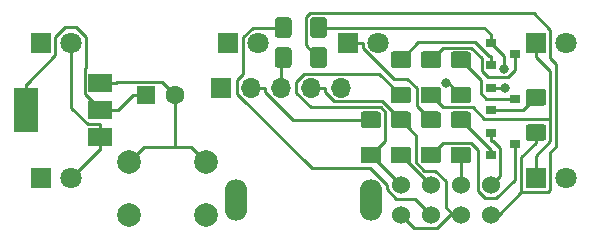
<source format=gbr>
%TF.GenerationSoftware,KiCad,Pcbnew,(5.1.6)-1*%
%TF.CreationDate,2020-05-26T13:10:35+02:00*%
%TF.ProjectId,semaforBoard,73656d61-666f-4724-926f-6172642e6b69,rev?*%
%TF.SameCoordinates,Original*%
%TF.FileFunction,Copper,L2,Bot*%
%TF.FilePolarity,Positive*%
%FSLAX46Y46*%
G04 Gerber Fmt 4.6, Leading zero omitted, Abs format (unit mm)*
G04 Created by KiCad (PCBNEW (5.1.6)-1) date 2020-05-26 13:10:35*
%MOMM*%
%LPD*%
G01*
G04 APERTURE LIST*
%TA.AperFunction,SMDPad,CuDef*%
%ADD10R,0.900000X0.800000*%
%TD*%
%TA.AperFunction,ComponentPad*%
%ADD11O,1.900000X3.500000*%
%TD*%
%TA.AperFunction,ComponentPad*%
%ADD12O,1.700000X1.700000*%
%TD*%
%TA.AperFunction,ComponentPad*%
%ADD13R,1.700000X1.700000*%
%TD*%
%TA.AperFunction,ComponentPad*%
%ADD14C,1.524000*%
%TD*%
%TA.AperFunction,SMDPad,CuDef*%
%ADD15R,2.000000X1.500000*%
%TD*%
%TA.AperFunction,SMDPad,CuDef*%
%ADD16R,2.000000X3.800000*%
%TD*%
%TA.AperFunction,ComponentPad*%
%ADD17C,2.000000*%
%TD*%
%TA.AperFunction,ComponentPad*%
%ADD18C,1.800000*%
%TD*%
%TA.AperFunction,ComponentPad*%
%ADD19R,1.800000X1.800000*%
%TD*%
%TA.AperFunction,ComponentPad*%
%ADD20C,1.600000*%
%TD*%
%TA.AperFunction,ComponentPad*%
%ADD21R,1.600000X1.600000*%
%TD*%
%TA.AperFunction,ViaPad*%
%ADD22C,0.800000*%
%TD*%
%TA.AperFunction,Conductor*%
%ADD23C,0.250000*%
%TD*%
G04 APERTURE END LIST*
D10*
%TO.P,Q3,3*%
%TO.N,Net-(Q3-Pad3)*%
X160750000Y-88585000D03*
%TO.P,Q3,2*%
%TO.N,GND*%
X158750000Y-87635000D03*
%TO.P,Q3,1*%
%TO.N,Net-(Q3-Pad1)*%
X158750000Y-89535000D03*
%TD*%
%TO.P,Q2,3*%
%TO.N,Net-(Q2-Pad3)*%
X160750000Y-96205000D03*
%TO.P,Q2,2*%
%TO.N,GND*%
X158750000Y-95255000D03*
%TO.P,Q2,1*%
%TO.N,Net-(Q2-Pad1)*%
X158750000Y-97155000D03*
%TD*%
%TO.P,Q1,3*%
%TO.N,Net-(Q1-Pad3)*%
X160750000Y-92395000D03*
%TO.P,Q1,2*%
%TO.N,GND*%
X158750000Y-91445000D03*
%TO.P,Q1,1*%
%TO.N,Net-(Q1-Pad1)*%
X158750000Y-93345000D03*
%TD*%
D11*
%TO.P,J3,5*%
%TO.N,Net-(J3-Pad5)*%
X137160000Y-100965000D03*
X148560000Y-100965000D03*
%TD*%
D12*
%TO.P,J2,5*%
%TO.N,+5V*%
X146050000Y-91440000D03*
%TO.P,J2,4*%
%TO.N,+3V3*%
X143510000Y-91440000D03*
%TO.P,J2,3*%
%TO.N,Net-(J2-Pad3)*%
X140970000Y-91440000D03*
%TO.P,J2,2*%
%TO.N,Net-(J2-Pad2)*%
X138430000Y-91440000D03*
D13*
%TO.P,J2,1*%
%TO.N,GND*%
X135890000Y-91440000D03*
%TD*%
D14*
%TO.P,U1,8*%
%TO.N,LED-C*%
X151130000Y-99695000D03*
%TO.P,U1,7*%
%TO.N,LED-B*%
X156210000Y-99695000D03*
%TO.P,U1,6*%
%TO.N,LED-A*%
X158750000Y-102235000D03*
%TO.P,U1,5*%
%TO.N,BUTTON*%
X153670000Y-99695000D03*
%TO.P,U1,4*%
%TO.N,RESET*%
X153670000Y-102235000D03*
%TO.P,U1,3*%
%TO.N,+3V3*%
X156210000Y-102235000D03*
%TO.P,U1,2*%
%TO.N,GND*%
X158750000Y-99695000D03*
%TO.P,U1,1*%
%TO.N,+3V3*%
X151130000Y-102235000D03*
%TD*%
D15*
%TO.P,U2,1*%
%TO.N,GND*%
X125680000Y-91045000D03*
%TO.P,U2,3*%
%TO.N,+5V*%
X125680000Y-95645000D03*
%TO.P,U2,2*%
%TO.N,+3V3*%
X125680000Y-93345000D03*
D16*
X119380000Y-93345000D03*
%TD*%
D17*
%TO.P,SW1,1*%
%TO.N,BUTTON*%
X128120000Y-102235000D03*
%TO.P,SW1,2*%
%TO.N,GND*%
X128120000Y-97735000D03*
%TO.P,SW1,1*%
%TO.N,BUTTON*%
X134620000Y-102235000D03*
%TO.P,SW1,2*%
%TO.N,GND*%
X134620000Y-97735000D03*
%TD*%
%TO.P,R9,2*%
%TO.N,Net-(J2-Pad3)*%
%TA.AperFunction,SMDPad,CuDef*%
G36*
G01*
X141883000Y-88275000D02*
X141883000Y-89525000D01*
G75*
G02*
X141633000Y-89775000I-250000J0D01*
G01*
X140708000Y-89775000D01*
G75*
G02*
X140458000Y-89525000I0J250000D01*
G01*
X140458000Y-88275000D01*
G75*
G02*
X140708000Y-88025000I250000J0D01*
G01*
X141633000Y-88025000D01*
G75*
G02*
X141883000Y-88275000I0J-250000D01*
G01*
G37*
%TD.AperFunction*%
%TO.P,R9,1*%
%TO.N,LED-A*%
%TA.AperFunction,SMDPad,CuDef*%
G36*
G01*
X144858000Y-88275000D02*
X144858000Y-89525000D01*
G75*
G02*
X144608000Y-89775000I-250000J0D01*
G01*
X143683000Y-89775000D01*
G75*
G02*
X143433000Y-89525000I0J250000D01*
G01*
X143433000Y-88275000D01*
G75*
G02*
X143683000Y-88025000I250000J0D01*
G01*
X144608000Y-88025000D01*
G75*
G02*
X144858000Y-88275000I0J-250000D01*
G01*
G37*
%TD.AperFunction*%
%TD*%
%TO.P,R8,2*%
%TO.N,Net-(J2-Pad2)*%
%TA.AperFunction,SMDPad,CuDef*%
G36*
G01*
X149215000Y-94892500D02*
X147965000Y-94892500D01*
G75*
G02*
X147715000Y-94642500I0J250000D01*
G01*
X147715000Y-93717500D01*
G75*
G02*
X147965000Y-93467500I250000J0D01*
G01*
X149215000Y-93467500D01*
G75*
G02*
X149465000Y-93717500I0J-250000D01*
G01*
X149465000Y-94642500D01*
G75*
G02*
X149215000Y-94892500I-250000J0D01*
G01*
G37*
%TD.AperFunction*%
%TO.P,R8,1*%
%TO.N,LED-C*%
%TA.AperFunction,SMDPad,CuDef*%
G36*
G01*
X149215000Y-97867500D02*
X147965000Y-97867500D01*
G75*
G02*
X147715000Y-97617500I0J250000D01*
G01*
X147715000Y-96692500D01*
G75*
G02*
X147965000Y-96442500I250000J0D01*
G01*
X149215000Y-96442500D01*
G75*
G02*
X149465000Y-96692500I0J-250000D01*
G01*
X149465000Y-97617500D01*
G75*
G02*
X149215000Y-97867500I-250000J0D01*
G01*
G37*
%TD.AperFunction*%
%TD*%
%TO.P,R7,2*%
%TO.N,Net-(Q3-Pad3)*%
%TA.AperFunction,SMDPad,CuDef*%
G36*
G01*
X154295000Y-89812500D02*
X153045000Y-89812500D01*
G75*
G02*
X152795000Y-89562500I0J250000D01*
G01*
X152795000Y-88637500D01*
G75*
G02*
X153045000Y-88387500I250000J0D01*
G01*
X154295000Y-88387500D01*
G75*
G02*
X154545000Y-88637500I0J-250000D01*
G01*
X154545000Y-89562500D01*
G75*
G02*
X154295000Y-89812500I-250000J0D01*
G01*
G37*
%TD.AperFunction*%
%TO.P,R7,1*%
%TO.N,Net-(D5-Pad1)*%
%TA.AperFunction,SMDPad,CuDef*%
G36*
G01*
X154295000Y-92787500D02*
X153045000Y-92787500D01*
G75*
G02*
X152795000Y-92537500I0J250000D01*
G01*
X152795000Y-91612500D01*
G75*
G02*
X153045000Y-91362500I250000J0D01*
G01*
X154295000Y-91362500D01*
G75*
G02*
X154545000Y-91612500I0J-250000D01*
G01*
X154545000Y-92537500D01*
G75*
G02*
X154295000Y-92787500I-250000J0D01*
G01*
G37*
%TD.AperFunction*%
%TD*%
%TO.P,R6,2*%
%TO.N,Net-(Q2-Pad3)*%
%TA.AperFunction,SMDPad,CuDef*%
G36*
G01*
X153045000Y-96442500D02*
X154295000Y-96442500D01*
G75*
G02*
X154545000Y-96692500I0J-250000D01*
G01*
X154545000Y-97617500D01*
G75*
G02*
X154295000Y-97867500I-250000J0D01*
G01*
X153045000Y-97867500D01*
G75*
G02*
X152795000Y-97617500I0J250000D01*
G01*
X152795000Y-96692500D01*
G75*
G02*
X153045000Y-96442500I250000J0D01*
G01*
G37*
%TD.AperFunction*%
%TO.P,R6,1*%
%TO.N,Net-(D3-Pad1)*%
%TA.AperFunction,SMDPad,CuDef*%
G36*
G01*
X153045000Y-93467500D02*
X154295000Y-93467500D01*
G75*
G02*
X154545000Y-93717500I0J-250000D01*
G01*
X154545000Y-94642500D01*
G75*
G02*
X154295000Y-94892500I-250000J0D01*
G01*
X153045000Y-94892500D01*
G75*
G02*
X152795000Y-94642500I0J250000D01*
G01*
X152795000Y-93717500D01*
G75*
G02*
X153045000Y-93467500I250000J0D01*
G01*
G37*
%TD.AperFunction*%
%TD*%
%TO.P,R5,2*%
%TO.N,Net-(Q1-Pad3)*%
%TA.AperFunction,SMDPad,CuDef*%
G36*
G01*
X156835000Y-89812500D02*
X155585000Y-89812500D01*
G75*
G02*
X155335000Y-89562500I0J250000D01*
G01*
X155335000Y-88637500D01*
G75*
G02*
X155585000Y-88387500I250000J0D01*
G01*
X156835000Y-88387500D01*
G75*
G02*
X157085000Y-88637500I0J-250000D01*
G01*
X157085000Y-89562500D01*
G75*
G02*
X156835000Y-89812500I-250000J0D01*
G01*
G37*
%TD.AperFunction*%
%TO.P,R5,1*%
%TO.N,Net-(D1-Pad1)*%
%TA.AperFunction,SMDPad,CuDef*%
G36*
G01*
X156835000Y-92787500D02*
X155585000Y-92787500D01*
G75*
G02*
X155335000Y-92537500I0J250000D01*
G01*
X155335000Y-91612500D01*
G75*
G02*
X155585000Y-91362500I250000J0D01*
G01*
X156835000Y-91362500D01*
G75*
G02*
X157085000Y-91612500I0J-250000D01*
G01*
X157085000Y-92537500D01*
G75*
G02*
X156835000Y-92787500I-250000J0D01*
G01*
G37*
%TD.AperFunction*%
%TD*%
%TO.P,R4,2*%
%TO.N,+3V3*%
%TA.AperFunction,SMDPad,CuDef*%
G36*
G01*
X151755000Y-94892500D02*
X150505000Y-94892500D01*
G75*
G02*
X150255000Y-94642500I0J250000D01*
G01*
X150255000Y-93717500D01*
G75*
G02*
X150505000Y-93467500I250000J0D01*
G01*
X151755000Y-93467500D01*
G75*
G02*
X152005000Y-93717500I0J-250000D01*
G01*
X152005000Y-94642500D01*
G75*
G02*
X151755000Y-94892500I-250000J0D01*
G01*
G37*
%TD.AperFunction*%
%TO.P,R4,1*%
%TO.N,BUTTON*%
%TA.AperFunction,SMDPad,CuDef*%
G36*
G01*
X151755000Y-97867500D02*
X150505000Y-97867500D01*
G75*
G02*
X150255000Y-97617500I0J250000D01*
G01*
X150255000Y-96692500D01*
G75*
G02*
X150505000Y-96442500I250000J0D01*
G01*
X151755000Y-96442500D01*
G75*
G02*
X152005000Y-96692500I0J-250000D01*
G01*
X152005000Y-97617500D01*
G75*
G02*
X151755000Y-97867500I-250000J0D01*
G01*
G37*
%TD.AperFunction*%
%TD*%
%TO.P,R3,2*%
%TO.N,LED-C*%
%TA.AperFunction,SMDPad,CuDef*%
G36*
G01*
X150505000Y-91362500D02*
X151755000Y-91362500D01*
G75*
G02*
X152005000Y-91612500I0J-250000D01*
G01*
X152005000Y-92537500D01*
G75*
G02*
X151755000Y-92787500I-250000J0D01*
G01*
X150505000Y-92787500D01*
G75*
G02*
X150255000Y-92537500I0J250000D01*
G01*
X150255000Y-91612500D01*
G75*
G02*
X150505000Y-91362500I250000J0D01*
G01*
G37*
%TD.AperFunction*%
%TO.P,R3,1*%
%TO.N,Net-(Q3-Pad1)*%
%TA.AperFunction,SMDPad,CuDef*%
G36*
G01*
X150505000Y-88387500D02*
X151755000Y-88387500D01*
G75*
G02*
X152005000Y-88637500I0J-250000D01*
G01*
X152005000Y-89562500D01*
G75*
G02*
X151755000Y-89812500I-250000J0D01*
G01*
X150505000Y-89812500D01*
G75*
G02*
X150255000Y-89562500I0J250000D01*
G01*
X150255000Y-88637500D01*
G75*
G02*
X150505000Y-88387500I250000J0D01*
G01*
G37*
%TD.AperFunction*%
%TD*%
%TO.P,R2,2*%
%TO.N,LED-B*%
%TA.AperFunction,SMDPad,CuDef*%
G36*
G01*
X155585000Y-96442500D02*
X156835000Y-96442500D01*
G75*
G02*
X157085000Y-96692500I0J-250000D01*
G01*
X157085000Y-97617500D01*
G75*
G02*
X156835000Y-97867500I-250000J0D01*
G01*
X155585000Y-97867500D01*
G75*
G02*
X155335000Y-97617500I0J250000D01*
G01*
X155335000Y-96692500D01*
G75*
G02*
X155585000Y-96442500I250000J0D01*
G01*
G37*
%TD.AperFunction*%
%TO.P,R2,1*%
%TO.N,Net-(Q2-Pad1)*%
%TA.AperFunction,SMDPad,CuDef*%
G36*
G01*
X155585000Y-93467500D02*
X156835000Y-93467500D01*
G75*
G02*
X157085000Y-93717500I0J-250000D01*
G01*
X157085000Y-94642500D01*
G75*
G02*
X156835000Y-94892500I-250000J0D01*
G01*
X155585000Y-94892500D01*
G75*
G02*
X155335000Y-94642500I0J250000D01*
G01*
X155335000Y-93717500D01*
G75*
G02*
X155585000Y-93467500I250000J0D01*
G01*
G37*
%TD.AperFunction*%
%TD*%
%TO.P,R1,2*%
%TO.N,LED-A*%
%TA.AperFunction,SMDPad,CuDef*%
G36*
G01*
X161935000Y-94537500D02*
X163185000Y-94537500D01*
G75*
G02*
X163435000Y-94787500I0J-250000D01*
G01*
X163435000Y-95712500D01*
G75*
G02*
X163185000Y-95962500I-250000J0D01*
G01*
X161935000Y-95962500D01*
G75*
G02*
X161685000Y-95712500I0J250000D01*
G01*
X161685000Y-94787500D01*
G75*
G02*
X161935000Y-94537500I250000J0D01*
G01*
G37*
%TD.AperFunction*%
%TO.P,R1,1*%
%TO.N,Net-(Q1-Pad1)*%
%TA.AperFunction,SMDPad,CuDef*%
G36*
G01*
X161935000Y-91562500D02*
X163185000Y-91562500D01*
G75*
G02*
X163435000Y-91812500I0J-250000D01*
G01*
X163435000Y-92737500D01*
G75*
G02*
X163185000Y-92987500I-250000J0D01*
G01*
X161935000Y-92987500D01*
G75*
G02*
X161685000Y-92737500I0J250000D01*
G01*
X161685000Y-91812500D01*
G75*
G02*
X161935000Y-91562500I250000J0D01*
G01*
G37*
%TD.AperFunction*%
%TD*%
%TO.P,J1,2*%
%TO.N,GND*%
%TA.AperFunction,SMDPad,CuDef*%
G36*
G01*
X143433000Y-86985000D02*
X143433000Y-85735000D01*
G75*
G02*
X143683000Y-85485000I250000J0D01*
G01*
X144608000Y-85485000D01*
G75*
G02*
X144858000Y-85735000I0J-250000D01*
G01*
X144858000Y-86985000D01*
G75*
G02*
X144608000Y-87235000I-250000J0D01*
G01*
X143683000Y-87235000D01*
G75*
G02*
X143433000Y-86985000I0J250000D01*
G01*
G37*
%TD.AperFunction*%
%TO.P,J1,1*%
%TO.N,RESET*%
%TA.AperFunction,SMDPad,CuDef*%
G36*
G01*
X140458000Y-86985000D02*
X140458000Y-85735000D01*
G75*
G02*
X140708000Y-85485000I250000J0D01*
G01*
X141633000Y-85485000D01*
G75*
G02*
X141883000Y-85735000I0J-250000D01*
G01*
X141883000Y-86985000D01*
G75*
G02*
X141633000Y-87235000I-250000J0D01*
G01*
X140708000Y-87235000D01*
G75*
G02*
X140458000Y-86985000I0J250000D01*
G01*
G37*
%TD.AperFunction*%
%TD*%
D18*
%TO.P,D6,2*%
%TO.N,+5V*%
X165100000Y-99060000D03*
D19*
%TO.P,D6,1*%
%TO.N,Net-(D5-Pad1)*%
X162560000Y-99060000D03*
%TD*%
D18*
%TO.P,D5,2*%
%TO.N,+5V*%
X165100000Y-87630000D03*
D19*
%TO.P,D5,1*%
%TO.N,Net-(D5-Pad1)*%
X162560000Y-87630000D03*
%TD*%
D18*
%TO.P,D4,2*%
%TO.N,+5V*%
X149225000Y-87630000D03*
D19*
%TO.P,D4,1*%
%TO.N,Net-(D3-Pad1)*%
X146685000Y-87630000D03*
%TD*%
D18*
%TO.P,D3,2*%
%TO.N,+5V*%
X139065000Y-87630000D03*
D19*
%TO.P,D3,1*%
%TO.N,Net-(D3-Pad1)*%
X136525000Y-87630000D03*
%TD*%
D18*
%TO.P,D2,2*%
%TO.N,+5V*%
X123190000Y-99060000D03*
D19*
%TO.P,D2,1*%
%TO.N,Net-(D1-Pad1)*%
X120650000Y-99060000D03*
%TD*%
D18*
%TO.P,D1,2*%
%TO.N,+5V*%
X123190000Y-87630000D03*
D19*
%TO.P,D1,1*%
%TO.N,Net-(D1-Pad1)*%
X120650000Y-87630000D03*
%TD*%
D20*
%TO.P,C1,2*%
%TO.N,GND*%
X132040000Y-92075000D03*
D21*
%TO.P,C1,1*%
%TO.N,+3V3*%
X129540000Y-92075000D03*
%TD*%
D22*
%TO.N,GND*%
X159868800Y-89845600D03*
X159947700Y-91479100D03*
%TO.N,Net-(D1-Pad1)*%
X154922800Y-91024900D03*
%TD*%
D23*
%TO.N,GND*%
X159868800Y-89845600D02*
X159868800Y-88753800D01*
X159868800Y-88753800D02*
X158750000Y-87635000D01*
X159525300Y-91445000D02*
X159913600Y-91445000D01*
X159913600Y-91445000D02*
X159947700Y-91479100D01*
X158750000Y-95255000D02*
X158750000Y-95980300D01*
X158750000Y-99695000D02*
X159525400Y-98919600D01*
X159525400Y-98919600D02*
X159525400Y-96574400D01*
X159525400Y-96574400D02*
X158931300Y-95980300D01*
X158931300Y-95980300D02*
X158750000Y-95980300D01*
X158750000Y-91445000D02*
X159525300Y-91445000D01*
X158750000Y-87635000D02*
X158750000Y-86909700D01*
X144145500Y-86360000D02*
X158200300Y-86360000D01*
X158200300Y-86360000D02*
X158750000Y-86909700D01*
X132040000Y-96445000D02*
X129410000Y-96445000D01*
X129410000Y-96445000D02*
X128120000Y-97735000D01*
X134620000Y-97735000D02*
X133330000Y-96445000D01*
X133330000Y-96445000D02*
X132040000Y-96445000D01*
X132040000Y-96445000D02*
X132040000Y-92075000D01*
X127005300Y-91045000D02*
X127100700Y-90949600D01*
X127100700Y-90949600D02*
X130914600Y-90949600D01*
X130914600Y-90949600D02*
X132040000Y-92075000D01*
X125680000Y-91045000D02*
X127005300Y-91045000D01*
%TO.N,+3V3*%
X143510000Y-91440000D02*
X144685300Y-91440000D01*
X144685300Y-91440000D02*
X144685300Y-91807400D01*
X144685300Y-91807400D02*
X145493200Y-92615300D01*
X145493200Y-92615300D02*
X149565300Y-92615300D01*
X149565300Y-92615300D02*
X151130000Y-94180000D01*
X155416800Y-102074700D02*
X154940000Y-101598000D01*
X154940000Y-101598000D02*
X154940000Y-99384700D01*
X154940000Y-99384700D02*
X154030500Y-98475200D01*
X154030500Y-98475200D02*
X153089000Y-98475200D01*
X153089000Y-98475200D02*
X152400000Y-97786200D01*
X152400000Y-97786200D02*
X152400000Y-95466300D01*
X152400000Y-95466300D02*
X152018300Y-95084600D01*
X152018300Y-95084600D02*
X152018300Y-95068300D01*
X152018300Y-95068300D02*
X151130000Y-94180000D01*
X119380000Y-93345000D02*
X119380000Y-91119700D01*
X125854900Y-93345000D02*
X125711300Y-93345000D01*
X125711300Y-93345000D02*
X124351000Y-91984700D01*
X124351000Y-91984700D02*
X124351000Y-89838600D01*
X124351000Y-89838600D02*
X124470000Y-89719600D01*
X124470000Y-89719600D02*
X124470000Y-87161400D01*
X124470000Y-87161400D02*
X123663100Y-86354500D01*
X123663100Y-86354500D02*
X122725400Y-86354500D01*
X122725400Y-86354500D02*
X121875400Y-87204500D01*
X121875400Y-87204500D02*
X121875400Y-88707100D01*
X121875400Y-88707100D02*
X119462800Y-91119700D01*
X119462800Y-91119700D02*
X119380000Y-91119700D01*
X125854900Y-93345000D02*
X125680000Y-93345000D01*
X128414700Y-92075000D02*
X127144700Y-93345000D01*
X127144700Y-93345000D02*
X125854900Y-93345000D01*
X155416800Y-102074700D02*
X155577000Y-102235000D01*
X155577000Y-102235000D02*
X156210000Y-102235000D01*
X151130000Y-102235000D02*
X152221500Y-103326500D01*
X152221500Y-103326500D02*
X154165000Y-103326500D01*
X154165000Y-103326500D02*
X155416800Y-102074700D01*
X129540000Y-92075000D02*
X128414700Y-92075000D01*
%TO.N,+5V*%
X125680000Y-95645000D02*
X125680000Y-94569700D01*
X123190000Y-87630000D02*
X123190000Y-93155000D01*
X123190000Y-93155000D02*
X124604700Y-94569700D01*
X124604700Y-94569700D02*
X125680000Y-94569700D01*
X125680000Y-95645000D02*
X125680000Y-96720300D01*
X123190000Y-99060000D02*
X125529700Y-96720300D01*
X125529700Y-96720300D02*
X125680000Y-96720300D01*
%TO.N,Net-(D1-Pad1)*%
X156210000Y-92075000D02*
X155159900Y-91024900D01*
X155159900Y-91024900D02*
X154922800Y-91024900D01*
%TO.N,Net-(D3-Pad1)*%
X146685000Y-87630000D02*
X147910300Y-87630000D01*
X147910300Y-87630000D02*
X147910300Y-88089500D01*
X147910300Y-88089500D02*
X150521900Y-90701100D01*
X150521900Y-90701100D02*
X151687500Y-90701100D01*
X151687500Y-90701100D02*
X152468700Y-91482300D01*
X152468700Y-91482300D02*
X152468700Y-92978700D01*
X152468700Y-92978700D02*
X153670000Y-94180000D01*
%TO.N,Net-(D5-Pad1)*%
X163785300Y-94070400D02*
X163785300Y-95972500D01*
X163785300Y-95972500D02*
X162560000Y-97197800D01*
X162560000Y-97197800D02*
X162560000Y-97834700D01*
X162560000Y-88855300D02*
X163785300Y-90080600D01*
X163785300Y-90080600D02*
X163785300Y-94070400D01*
X163785300Y-94070400D02*
X158160300Y-94070400D01*
X158160300Y-94070400D02*
X157217400Y-93127500D01*
X157217400Y-93127500D02*
X154722500Y-93127500D01*
X154722500Y-93127500D02*
X153670000Y-92075000D01*
X162560000Y-99060000D02*
X162560000Y-97834700D01*
X162560000Y-87630000D02*
X162560000Y-88855300D01*
%TO.N,RESET*%
X153670000Y-102235000D02*
X152296400Y-100861400D01*
X152296400Y-100861400D02*
X150747800Y-100861400D01*
X150747800Y-100861400D02*
X149939000Y-100052600D01*
X149939000Y-100052600D02*
X149939000Y-99710700D01*
X149939000Y-99710700D02*
X148521900Y-98293600D01*
X148521900Y-98293600D02*
X143582900Y-98293600D01*
X143582900Y-98293600D02*
X137236600Y-91947300D01*
X137236600Y-91947300D02*
X137236600Y-90778400D01*
X137236600Y-90778400D02*
X137750400Y-90264600D01*
X137750400Y-90264600D02*
X137750400Y-87192100D01*
X137750400Y-87192100D02*
X138582500Y-86360000D01*
X138582500Y-86360000D02*
X141170500Y-86360000D01*
%TO.N,Net-(J2-Pad3)*%
X141170500Y-88900000D02*
X140970000Y-89100500D01*
X140970000Y-89100500D02*
X140970000Y-91440000D01*
%TO.N,Net-(J2-Pad2)*%
X138430000Y-91440000D02*
X139605300Y-91440000D01*
X148590000Y-94180000D02*
X141978000Y-94180000D01*
X141978000Y-94180000D02*
X139605300Y-91807300D01*
X139605300Y-91807300D02*
X139605300Y-91440000D01*
%TO.N,Net-(Q1-Pad1)*%
X162560000Y-92275000D02*
X161490000Y-93345000D01*
X161490000Y-93345000D02*
X158750000Y-93345000D01*
%TO.N,Net-(Q2-Pad1)*%
X156210000Y-94180000D02*
X158750000Y-96720000D01*
X158750000Y-96720000D02*
X158750000Y-97155000D01*
%TO.N,Net-(Q3-Pad1)*%
X158750000Y-88809700D02*
X158569600Y-88809700D01*
X158569600Y-88809700D02*
X157368700Y-87608800D01*
X157368700Y-87608800D02*
X152621200Y-87608800D01*
X152621200Y-87608800D02*
X151130000Y-89100000D01*
X158750000Y-89535000D02*
X158750000Y-88809700D01*
%TO.N,LED-A*%
X161334600Y-100316800D02*
X159416400Y-102235000D01*
X159416400Y-102235000D02*
X158750000Y-102235000D01*
X162560000Y-95250000D02*
X162560000Y-96124600D01*
X162560000Y-96124600D02*
X161334600Y-97350000D01*
X161334600Y-97350000D02*
X161334600Y-100316800D01*
X161334600Y-100316800D02*
X163593600Y-100316800D01*
X163593600Y-100316800D02*
X163785300Y-100125100D01*
X163785300Y-100125100D02*
X163785300Y-96927700D01*
X163785300Y-96927700D02*
X164235700Y-96477300D01*
X164235700Y-96477300D02*
X164235700Y-89421700D01*
X164235700Y-89421700D02*
X163785400Y-88971400D01*
X163785400Y-88971400D02*
X163785400Y-86543700D01*
X163785400Y-86543700D02*
X162374500Y-85132800D01*
X162374500Y-85132800D02*
X143469400Y-85132800D01*
X143469400Y-85132800D02*
X143100200Y-85502000D01*
X143100200Y-85502000D02*
X143100200Y-87854700D01*
X143100200Y-87854700D02*
X144145500Y-88900000D01*
%TO.N,LED-B*%
X156210000Y-97155000D02*
X156210000Y-99695000D01*
%TO.N,LED-C*%
X151130000Y-92075000D02*
X149319600Y-90264600D01*
X149319600Y-90264600D02*
X142963800Y-90264600D01*
X142963800Y-90264600D02*
X142277700Y-90950700D01*
X142277700Y-90950700D02*
X142277700Y-91892600D01*
X142277700Y-91892600D02*
X143488500Y-93103400D01*
X143488500Y-93103400D02*
X149416500Y-93103400D01*
X149416500Y-93103400D02*
X149804600Y-93491500D01*
X149804600Y-93491500D02*
X149804600Y-95940400D01*
X149804600Y-95940400D02*
X148590000Y-97155000D01*
X151130000Y-99695000D02*
X148590000Y-97155000D01*
%TO.N,BUTTON*%
X151130000Y-97155000D02*
X153670000Y-99695000D01*
%TO.N,Net-(Q1-Pad3)*%
X156210000Y-89100000D02*
X157900500Y-90790500D01*
X157900500Y-90790500D02*
X157900500Y-91930700D01*
X157900500Y-91930700D02*
X158364800Y-92395000D01*
X158364800Y-92395000D02*
X160750000Y-92395000D01*
%TO.N,Net-(Q2-Pad3)*%
X153670000Y-97155000D02*
X154724300Y-96100700D01*
X154724300Y-96100700D02*
X157056900Y-96100700D01*
X157056900Y-96100700D02*
X157662600Y-96706400D01*
X157662600Y-96706400D02*
X157662600Y-100209900D01*
X157662600Y-100209900D02*
X158282500Y-100829800D01*
X158282500Y-100829800D02*
X159157500Y-100829800D01*
X159157500Y-100829800D02*
X160750000Y-99237300D01*
X160750000Y-99237300D02*
X160750000Y-96205000D01*
%TO.N,Net-(Q3-Pad3)*%
X153670000Y-89100000D02*
X154710900Y-88059100D01*
X154710900Y-88059100D02*
X157073600Y-88059100D01*
X157073600Y-88059100D02*
X157974700Y-88960200D01*
X157974700Y-88960200D02*
X157974700Y-90069800D01*
X157974700Y-90069800D02*
X158475800Y-90570900D01*
X158475800Y-90570900D02*
X160169300Y-90570900D01*
X160169300Y-90570900D02*
X160750000Y-89990200D01*
X160750000Y-89990200D02*
X160750000Y-89310300D01*
X160750000Y-88585000D02*
X160750000Y-89310300D01*
%TD*%
M02*

</source>
